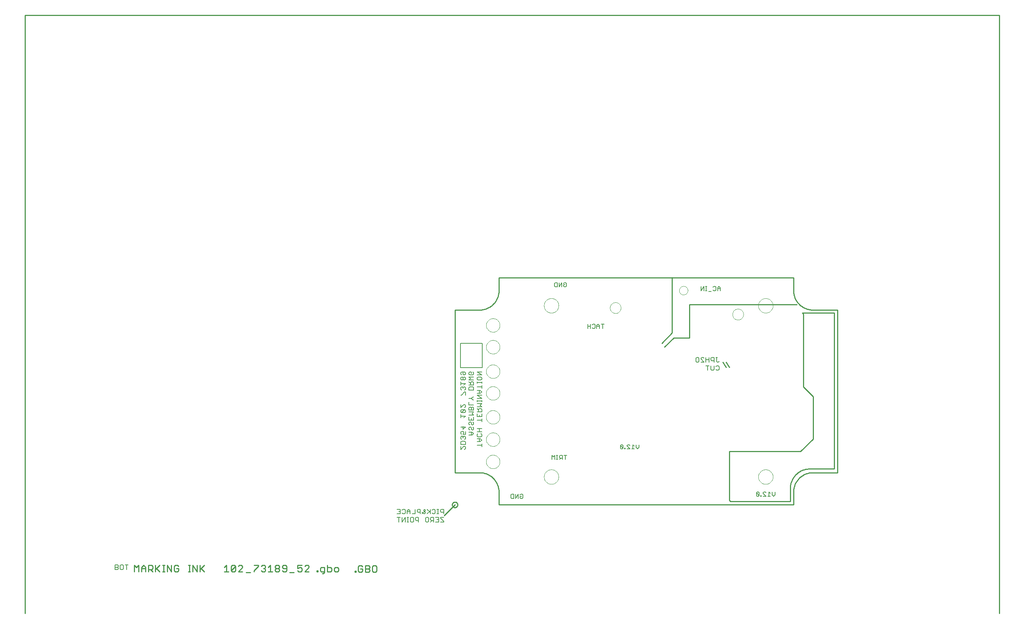
<source format=gbo>
G75*
%MOIN*%
%OFA0B0*%
%FSLAX24Y24*%
%IPPOS*%
%LPD*%
%AMOC8*
5,1,8,0,0,1.08239X$1,22.5*
%
%ADD10C,0.0100*%
%ADD11C,0.0080*%
%ADD12C,0.0070*%
%ADD13C,0.0000*%
%ADD14C,0.0110*%
D10*
X000500Y010000D02*
X000500Y065000D01*
X090000Y065000D01*
X090000Y010000D01*
X072874Y022953D02*
X072792Y022951D01*
X072711Y022945D01*
X072629Y022936D01*
X072548Y022923D01*
X072468Y022906D01*
X072389Y022885D01*
X072311Y022861D01*
X072234Y022833D01*
X072158Y022802D01*
X072084Y022767D01*
X072012Y022729D01*
X071941Y022688D01*
X071873Y022643D01*
X071806Y022595D01*
X071742Y022544D01*
X071680Y022491D01*
X071621Y022434D01*
X071564Y022375D01*
X071511Y022313D01*
X071460Y022249D01*
X071412Y022182D01*
X071367Y022114D01*
X071326Y022043D01*
X071288Y021971D01*
X071253Y021897D01*
X071222Y021821D01*
X071194Y021744D01*
X071170Y021666D01*
X071149Y021587D01*
X071132Y021507D01*
X071119Y021426D01*
X071110Y021344D01*
X071104Y021263D01*
X071102Y021181D01*
X071102Y020000D01*
X044035Y020000D01*
X044035Y021181D01*
X044035Y020000D01*
X071102Y020000D01*
X071102Y021181D01*
X070800Y021450D02*
X070800Y020300D01*
X065300Y020300D01*
X065200Y020400D01*
X065200Y024900D01*
X071750Y024900D01*
X072900Y026050D01*
X072900Y029950D01*
X072000Y030850D01*
X072000Y037550D01*
X071900Y037650D01*
X074850Y037650D01*
X074850Y023300D01*
X072550Y023300D01*
X072874Y022953D02*
X075138Y022953D01*
X075138Y037913D01*
X072874Y037913D01*
X075138Y037913D01*
X075138Y022953D01*
X072874Y022953D01*
X072550Y023300D02*
X072467Y023296D01*
X072384Y023288D01*
X072302Y023276D01*
X072220Y023260D01*
X072139Y023241D01*
X072059Y023218D01*
X071980Y023191D01*
X071903Y023161D01*
X071827Y023127D01*
X071753Y023089D01*
X071680Y023048D01*
X071610Y023004D01*
X071541Y022957D01*
X071475Y022907D01*
X071411Y022853D01*
X071350Y022797D01*
X071292Y022738D01*
X071236Y022676D01*
X071183Y022612D01*
X071133Y022545D01*
X071086Y022476D01*
X071043Y022405D01*
X071003Y022332D01*
X070966Y022258D01*
X070933Y022181D01*
X070903Y022104D01*
X070877Y022025D01*
X070855Y021945D01*
X070836Y021864D01*
X070821Y021782D01*
X070810Y021699D01*
X070803Y021616D01*
X070799Y021533D01*
X070800Y021450D01*
X071102Y021181D02*
X071104Y021263D01*
X071110Y021344D01*
X071119Y021426D01*
X071132Y021507D01*
X071149Y021587D01*
X071170Y021666D01*
X071194Y021744D01*
X071222Y021821D01*
X071253Y021897D01*
X071288Y021971D01*
X071326Y022043D01*
X071367Y022114D01*
X071412Y022182D01*
X071460Y022249D01*
X071511Y022313D01*
X071564Y022375D01*
X071621Y022434D01*
X071680Y022491D01*
X071742Y022544D01*
X071806Y022595D01*
X071873Y022643D01*
X071941Y022688D01*
X072012Y022729D01*
X072084Y022767D01*
X072158Y022802D01*
X072234Y022833D01*
X072311Y022861D01*
X072389Y022885D01*
X072468Y022906D01*
X072548Y022923D01*
X072629Y022936D01*
X072711Y022945D01*
X072792Y022951D01*
X072874Y022953D01*
X065200Y032650D02*
X064900Y033100D01*
X064600Y033100D02*
X064900Y032650D01*
X061550Y035350D02*
X061550Y038400D01*
X071400Y038400D01*
X071102Y039685D02*
X071102Y040866D01*
X044035Y040866D01*
X044035Y039685D01*
X044035Y040866D01*
X071102Y040866D01*
X071102Y039685D01*
X071104Y039603D01*
X071110Y039522D01*
X071119Y039440D01*
X071132Y039359D01*
X071149Y039279D01*
X071170Y039200D01*
X071194Y039122D01*
X071222Y039045D01*
X071253Y038969D01*
X071288Y038895D01*
X071326Y038823D01*
X071367Y038752D01*
X071412Y038684D01*
X071460Y038617D01*
X071511Y038553D01*
X071564Y038491D01*
X071621Y038432D01*
X071680Y038375D01*
X071742Y038322D01*
X071806Y038271D01*
X071873Y038223D01*
X071941Y038178D01*
X072012Y038137D01*
X072084Y038099D01*
X072158Y038064D01*
X072234Y038033D01*
X072311Y038005D01*
X072389Y037981D01*
X072468Y037960D01*
X072548Y037943D01*
X072629Y037930D01*
X072711Y037921D01*
X072792Y037915D01*
X072874Y037913D01*
X072792Y037915D01*
X072711Y037921D01*
X072629Y037930D01*
X072548Y037943D01*
X072468Y037960D01*
X072389Y037981D01*
X072311Y038005D01*
X072234Y038033D01*
X072158Y038064D01*
X072084Y038099D01*
X072012Y038137D01*
X071941Y038178D01*
X071873Y038223D01*
X071806Y038271D01*
X071742Y038322D01*
X071680Y038375D01*
X071621Y038432D01*
X071564Y038491D01*
X071511Y038553D01*
X071460Y038617D01*
X071412Y038684D01*
X071367Y038752D01*
X071326Y038823D01*
X071288Y038895D01*
X071253Y038969D01*
X071222Y039045D01*
X071194Y039122D01*
X071170Y039200D01*
X071149Y039279D01*
X071132Y039359D01*
X071119Y039440D01*
X071110Y039522D01*
X071104Y039603D01*
X071102Y039685D01*
X061550Y035350D02*
X060100Y035350D01*
X059250Y034500D01*
X059000Y034850D02*
X059950Y035800D01*
X059950Y040900D01*
X044036Y039685D02*
X044034Y039603D01*
X044028Y039522D01*
X044019Y039440D01*
X044006Y039359D01*
X043989Y039279D01*
X043968Y039200D01*
X043944Y039122D01*
X043916Y039045D01*
X043885Y038969D01*
X043850Y038895D01*
X043812Y038823D01*
X043771Y038752D01*
X043726Y038684D01*
X043678Y038617D01*
X043627Y038553D01*
X043574Y038491D01*
X043517Y038432D01*
X043458Y038375D01*
X043396Y038322D01*
X043332Y038271D01*
X043265Y038223D01*
X043197Y038178D01*
X043126Y038137D01*
X043054Y038099D01*
X042980Y038064D01*
X042904Y038033D01*
X042827Y038005D01*
X042749Y037981D01*
X042670Y037960D01*
X042590Y037943D01*
X042509Y037930D01*
X042427Y037921D01*
X042346Y037915D01*
X042264Y037913D01*
X040000Y037913D01*
X040000Y022953D01*
X042264Y022953D01*
X040000Y022953D01*
X040000Y037913D01*
X042264Y037913D01*
X042346Y037915D01*
X042427Y037921D01*
X042509Y037930D01*
X042590Y037943D01*
X042670Y037960D01*
X042749Y037981D01*
X042827Y038005D01*
X042904Y038033D01*
X042980Y038064D01*
X043054Y038099D01*
X043126Y038137D01*
X043197Y038178D01*
X043265Y038223D01*
X043332Y038271D01*
X043396Y038322D01*
X043458Y038375D01*
X043517Y038432D01*
X043574Y038491D01*
X043627Y038553D01*
X043678Y038617D01*
X043726Y038684D01*
X043771Y038752D01*
X043812Y038823D01*
X043850Y038895D01*
X043885Y038969D01*
X043916Y039045D01*
X043944Y039122D01*
X043968Y039200D01*
X043989Y039279D01*
X044006Y039359D01*
X044019Y039440D01*
X044028Y039522D01*
X044034Y039603D01*
X044036Y039685D01*
X042264Y022953D02*
X042346Y022951D01*
X042427Y022945D01*
X042509Y022936D01*
X042590Y022923D01*
X042670Y022906D01*
X042749Y022885D01*
X042827Y022861D01*
X042904Y022833D01*
X042980Y022802D01*
X043054Y022767D01*
X043126Y022729D01*
X043197Y022688D01*
X043265Y022643D01*
X043332Y022595D01*
X043396Y022544D01*
X043458Y022491D01*
X043517Y022434D01*
X043574Y022375D01*
X043627Y022313D01*
X043678Y022249D01*
X043726Y022182D01*
X043771Y022114D01*
X043812Y022043D01*
X043850Y021971D01*
X043885Y021897D01*
X043916Y021821D01*
X043944Y021744D01*
X043968Y021666D01*
X043989Y021587D01*
X044006Y021507D01*
X044019Y021426D01*
X044028Y021344D01*
X044034Y021263D01*
X044036Y021181D01*
X044034Y021263D01*
X044028Y021344D01*
X044019Y021426D01*
X044006Y021507D01*
X043989Y021587D01*
X043968Y021666D01*
X043944Y021744D01*
X043916Y021821D01*
X043885Y021897D01*
X043850Y021971D01*
X043812Y022043D01*
X043771Y022114D01*
X043726Y022182D01*
X043678Y022249D01*
X043627Y022313D01*
X043574Y022375D01*
X043517Y022434D01*
X043458Y022491D01*
X043396Y022544D01*
X043332Y022595D01*
X043265Y022643D01*
X043197Y022688D01*
X043126Y022729D01*
X043054Y022767D01*
X042980Y022802D01*
X042904Y022833D01*
X042827Y022861D01*
X042749Y022885D01*
X042670Y022906D01*
X042590Y022923D01*
X042509Y022936D01*
X042427Y022945D01*
X042346Y022951D01*
X042264Y022953D01*
X039750Y020000D02*
X039752Y020031D01*
X039758Y020062D01*
X039768Y020092D01*
X039781Y020120D01*
X039798Y020147D01*
X039818Y020171D01*
X039841Y020193D01*
X039866Y020211D01*
X039894Y020226D01*
X039923Y020238D01*
X039953Y020246D01*
X039984Y020250D01*
X040016Y020250D01*
X040047Y020246D01*
X040077Y020238D01*
X040106Y020226D01*
X040134Y020211D01*
X040159Y020193D01*
X040182Y020171D01*
X040202Y020147D01*
X040219Y020120D01*
X040232Y020092D01*
X040242Y020062D01*
X040248Y020031D01*
X040250Y020000D01*
X040248Y019969D01*
X040242Y019938D01*
X040232Y019908D01*
X040219Y019880D01*
X040202Y019853D01*
X040182Y019829D01*
X040159Y019807D01*
X040134Y019789D01*
X040106Y019774D01*
X040077Y019762D01*
X040047Y019754D01*
X040016Y019750D01*
X039984Y019750D01*
X039953Y019754D01*
X039923Y019762D01*
X039894Y019774D01*
X039866Y019789D01*
X039841Y019807D01*
X039818Y019829D01*
X039798Y019853D01*
X039781Y019880D01*
X039768Y019908D01*
X039758Y019938D01*
X039752Y019969D01*
X039750Y020000D01*
X040000Y020000D02*
X039000Y019000D01*
D11*
X038960Y018835D02*
X038680Y018835D01*
X038680Y018765D01*
X038960Y018485D01*
X038960Y018415D01*
X038680Y018415D01*
X038500Y018415D02*
X038219Y018415D01*
X038039Y018415D02*
X038039Y018835D01*
X037829Y018835D01*
X037759Y018765D01*
X037759Y018625D01*
X037829Y018555D01*
X038039Y018555D01*
X037899Y018555D02*
X037759Y018415D01*
X037579Y018485D02*
X037509Y018415D01*
X037369Y018415D01*
X037299Y018485D01*
X037299Y018765D01*
X037369Y018835D01*
X037509Y018835D01*
X037579Y018765D01*
X037579Y018485D01*
X037452Y019165D02*
X037662Y019375D01*
X037732Y019305D02*
X037452Y019585D01*
X037272Y019515D02*
X037202Y019585D01*
X037132Y019515D01*
X037132Y019445D01*
X037272Y019305D01*
X037272Y019235D01*
X037202Y019165D01*
X037132Y019165D01*
X036992Y019305D01*
X036992Y019165D02*
X037272Y019445D01*
X037272Y019515D01*
X037732Y019585D02*
X037732Y019165D01*
X037912Y019235D02*
X037983Y019165D01*
X038123Y019165D01*
X038193Y019235D01*
X038193Y019515D01*
X038123Y019585D01*
X037983Y019585D01*
X037912Y019515D01*
X038359Y019585D02*
X038500Y019585D01*
X038430Y019585D02*
X038430Y019165D01*
X038500Y019165D02*
X038359Y019165D01*
X038219Y018835D02*
X038500Y018835D01*
X038500Y018415D01*
X038500Y018625D02*
X038359Y018625D01*
X038750Y019305D02*
X038960Y019305D01*
X038960Y019165D02*
X038960Y019585D01*
X038750Y019585D01*
X038680Y019515D01*
X038680Y019375D01*
X038750Y019305D01*
X036812Y019305D02*
X036601Y019305D01*
X036531Y019375D01*
X036531Y019515D01*
X036601Y019585D01*
X036812Y019585D01*
X036812Y019165D01*
X036658Y018835D02*
X036448Y018835D01*
X036378Y018765D01*
X036378Y018625D01*
X036448Y018555D01*
X036658Y018555D01*
X036658Y018415D02*
X036658Y018835D01*
X036351Y019165D02*
X036071Y019165D01*
X035891Y019165D02*
X035891Y019445D01*
X035751Y019585D01*
X035610Y019445D01*
X035610Y019165D01*
X035430Y019235D02*
X035360Y019165D01*
X035220Y019165D01*
X035150Y019235D01*
X034970Y019165D02*
X034690Y019165D01*
X034830Y019375D02*
X034970Y019375D01*
X034970Y019585D02*
X034970Y019165D01*
X034970Y018835D02*
X034690Y018835D01*
X034830Y018835D02*
X034830Y018415D01*
X035150Y018415D02*
X035150Y018835D01*
X035430Y018835D02*
X035150Y018415D01*
X035430Y018415D02*
X035430Y018835D01*
X035597Y018835D02*
X035737Y018835D01*
X035667Y018835D02*
X035667Y018415D01*
X035737Y018415D02*
X035597Y018415D01*
X035917Y018485D02*
X035917Y018765D01*
X035987Y018835D01*
X036128Y018835D01*
X036198Y018765D01*
X036198Y018485D01*
X036128Y018415D01*
X035987Y018415D01*
X035917Y018485D01*
X036351Y019165D02*
X036351Y019585D01*
X035891Y019375D02*
X035610Y019375D01*
X035430Y019515D02*
X035430Y019235D01*
X035430Y019515D02*
X035360Y019585D01*
X035220Y019585D01*
X035150Y019515D01*
X034970Y019585D02*
X034690Y019585D01*
X040540Y025088D02*
X040820Y025368D01*
X040890Y025368D01*
X040960Y025298D01*
X040960Y025158D01*
X040890Y025088D01*
X040540Y025088D02*
X040540Y025368D01*
X040540Y025548D02*
X040540Y025759D01*
X040610Y025829D01*
X040890Y025829D01*
X040960Y025759D01*
X040960Y025548D01*
X040540Y025548D01*
X040610Y026009D02*
X040540Y026079D01*
X040540Y026219D01*
X040610Y026289D01*
X040680Y026289D01*
X040750Y026219D01*
X040750Y026149D01*
X040750Y026219D02*
X040820Y026289D01*
X040890Y026289D01*
X040960Y026219D01*
X040960Y026079D01*
X040890Y026009D01*
X040960Y026469D02*
X040750Y026469D01*
X040820Y026609D01*
X040820Y026679D01*
X040750Y026749D01*
X040610Y026749D01*
X040540Y026679D01*
X040540Y026539D01*
X040610Y026469D01*
X040960Y026469D02*
X040960Y026749D01*
X040750Y026930D02*
X040750Y027210D01*
X040540Y027140D02*
X040960Y027140D01*
X040750Y026930D01*
X041290Y026935D02*
X041360Y026865D01*
X041290Y026935D02*
X041290Y027075D01*
X041360Y027146D01*
X041430Y027146D01*
X041500Y027075D01*
X041500Y026935D01*
X041570Y026865D01*
X041640Y026865D01*
X041710Y026935D01*
X041710Y027075D01*
X041640Y027146D01*
X041640Y027326D02*
X041570Y027326D01*
X041500Y027396D01*
X041500Y027536D01*
X041430Y027606D01*
X041360Y027606D01*
X041290Y027536D01*
X041290Y027396D01*
X041360Y027326D01*
X041640Y027326D02*
X041710Y027396D01*
X041710Y027536D01*
X041640Y027606D01*
X041710Y027786D02*
X041290Y027786D01*
X041290Y028066D01*
X041290Y028246D02*
X041710Y028246D01*
X041570Y028387D01*
X041710Y028527D01*
X041290Y028527D01*
X041290Y028707D02*
X041290Y028917D01*
X041360Y028987D01*
X041430Y028987D01*
X041500Y028917D01*
X041500Y028707D01*
X041290Y028707D02*
X041710Y028707D01*
X041710Y028917D01*
X041640Y028987D01*
X041570Y028987D01*
X041500Y028917D01*
X041290Y029167D02*
X041290Y029447D01*
X041290Y029167D02*
X041710Y029167D01*
X042040Y029294D02*
X042460Y029294D01*
X042320Y029154D01*
X042460Y029014D01*
X042040Y029014D01*
X042040Y028834D02*
X042180Y028694D01*
X042180Y028764D02*
X042180Y028553D01*
X042040Y028553D02*
X042460Y028553D01*
X042460Y028764D01*
X042390Y028834D01*
X042250Y028834D01*
X042180Y028764D01*
X042040Y028373D02*
X042040Y028093D01*
X042460Y028093D01*
X042460Y028373D01*
X042250Y028233D02*
X042250Y028093D01*
X042460Y027913D02*
X042460Y027633D01*
X042460Y027773D02*
X042040Y027773D01*
X041710Y027786D02*
X041710Y028066D01*
X041500Y027926D02*
X041500Y027786D01*
X040960Y028149D02*
X040820Y028009D01*
X040960Y028149D02*
X040540Y028149D01*
X040540Y028009D02*
X040540Y028289D01*
X040610Y028469D02*
X040890Y028749D01*
X040610Y028749D01*
X040540Y028679D01*
X040540Y028539D01*
X040610Y028469D01*
X040890Y028469D01*
X040960Y028539D01*
X040960Y028679D01*
X040890Y028749D01*
X040890Y028930D02*
X040960Y029000D01*
X040960Y029140D01*
X040890Y029210D01*
X040820Y029210D01*
X040540Y028930D01*
X040540Y029210D01*
X041290Y029768D02*
X041500Y029768D01*
X041640Y029908D01*
X041710Y029908D01*
X041500Y029768D02*
X041640Y029628D01*
X041710Y029628D01*
X042040Y029614D02*
X042040Y029474D01*
X042040Y029544D02*
X042460Y029544D01*
X042460Y029474D02*
X042460Y029614D01*
X042460Y029781D02*
X042040Y030061D01*
X042460Y030061D01*
X042320Y030241D02*
X042460Y030382D01*
X042320Y030522D01*
X042040Y030522D01*
X042250Y030522D02*
X042250Y030241D01*
X042320Y030241D02*
X042040Y030241D01*
X041710Y030548D02*
X041710Y030759D01*
X041640Y030829D01*
X041360Y030829D01*
X041290Y030759D01*
X041290Y030548D01*
X041710Y030548D01*
X042040Y030842D02*
X042460Y030842D01*
X042460Y030702D02*
X042460Y030982D01*
X042460Y031162D02*
X042460Y031302D01*
X042460Y031232D02*
X042040Y031232D01*
X042040Y031162D02*
X042040Y031302D01*
X042110Y031469D02*
X042040Y031539D01*
X042040Y031679D01*
X042110Y031749D01*
X042390Y031749D01*
X042460Y031679D01*
X042460Y031539D01*
X042390Y031469D01*
X042110Y031469D01*
X041710Y031469D02*
X041290Y031469D01*
X041430Y031609D01*
X041290Y031749D01*
X041710Y031749D01*
X041640Y031930D02*
X041360Y031930D01*
X041290Y032000D01*
X041290Y032140D01*
X041360Y032210D01*
X041500Y032210D01*
X041500Y032070D01*
X041640Y032210D02*
X041710Y032140D01*
X041710Y032000D01*
X041640Y031930D01*
X042040Y031930D02*
X042460Y031930D01*
X042040Y032210D01*
X042460Y032210D01*
X042500Y032600D02*
X042500Y034850D01*
X040500Y034850D01*
X040500Y032600D01*
X042500Y032600D01*
X040960Y032140D02*
X040960Y032000D01*
X040890Y031930D01*
X040820Y031930D01*
X040750Y032000D01*
X040750Y032210D01*
X040610Y032210D02*
X040890Y032210D01*
X040960Y032140D01*
X040610Y032210D02*
X040540Y032140D01*
X040540Y032000D01*
X040610Y031930D01*
X040610Y031749D02*
X040540Y031679D01*
X040540Y031539D01*
X040610Y031469D01*
X040680Y031469D01*
X040750Y031539D01*
X040750Y031679D01*
X040680Y031749D01*
X040610Y031749D01*
X040750Y031679D02*
X040820Y031749D01*
X040890Y031749D01*
X040960Y031679D01*
X040960Y031539D01*
X040890Y031469D01*
X040820Y031469D01*
X040750Y031539D01*
X040540Y031289D02*
X040540Y031009D01*
X040540Y031149D02*
X040960Y031149D01*
X040820Y031009D01*
X040820Y030829D02*
X040750Y030759D01*
X040680Y030829D01*
X040610Y030829D01*
X040540Y030759D01*
X040540Y030618D01*
X040610Y030548D01*
X040750Y030689D02*
X040750Y030759D01*
X040820Y030829D02*
X040890Y030829D01*
X040960Y030759D01*
X040960Y030618D01*
X040890Y030548D01*
X040890Y030368D02*
X040610Y030088D01*
X040540Y030088D01*
X040960Y030088D02*
X040960Y030368D01*
X040890Y030368D01*
X041290Y031009D02*
X041710Y031009D01*
X041710Y031219D01*
X041640Y031289D01*
X041500Y031289D01*
X041430Y031219D01*
X041430Y031009D01*
X041430Y031149D02*
X041290Y031289D01*
X042040Y029781D02*
X042460Y029781D01*
X042460Y026992D02*
X042040Y026992D01*
X042250Y026992D02*
X042250Y026712D01*
X042040Y026712D02*
X042460Y026712D01*
X042390Y026532D02*
X042460Y026462D01*
X042460Y026321D01*
X042390Y026251D01*
X042110Y026251D01*
X042040Y026321D01*
X042040Y026462D01*
X042110Y026532D01*
X041710Y026545D02*
X041570Y026685D01*
X041290Y026685D01*
X041500Y026685D02*
X041500Y026405D01*
X041570Y026405D02*
X041710Y026545D01*
X041570Y026405D02*
X041290Y026405D01*
X042040Y026071D02*
X042320Y026071D01*
X042460Y025931D01*
X042320Y025791D01*
X042040Y025791D01*
X042250Y025791D02*
X042250Y026071D01*
X042460Y025611D02*
X042460Y025331D01*
X042460Y025471D02*
X042040Y025471D01*
X062138Y033185D02*
X062138Y033465D01*
X062208Y033535D01*
X062348Y033535D01*
X062418Y033465D01*
X062418Y033185D01*
X062348Y033115D01*
X062208Y033115D01*
X062138Y033185D01*
X062599Y033115D02*
X062879Y033115D01*
X062599Y033395D01*
X062599Y033465D01*
X062669Y033535D01*
X062809Y033535D01*
X062879Y033465D01*
X063059Y033535D02*
X063059Y033115D01*
X063059Y033325D02*
X063339Y033325D01*
X063519Y033325D02*
X063589Y033255D01*
X063800Y033255D01*
X063800Y033115D02*
X063800Y033535D01*
X063589Y033535D01*
X063519Y033465D01*
X063519Y033325D01*
X063339Y033115D02*
X063339Y033535D01*
X063980Y033535D02*
X064120Y033535D01*
X064050Y033535D02*
X064050Y033185D01*
X064120Y033115D01*
X064190Y033115D01*
X064260Y033185D01*
X064190Y032785D02*
X064260Y032715D01*
X064260Y032435D01*
X064190Y032365D01*
X064050Y032365D01*
X063980Y032435D01*
X063800Y032435D02*
X063730Y032365D01*
X063589Y032365D01*
X063519Y032435D01*
X063519Y032785D01*
X063339Y032785D02*
X063059Y032785D01*
X063199Y032785D02*
X063199Y032365D01*
X063800Y032435D02*
X063800Y032785D01*
X063980Y032715D02*
X064050Y032785D01*
X064190Y032785D01*
X009991Y014460D02*
X009711Y014460D01*
X009851Y014460D02*
X009851Y014040D01*
X009531Y014110D02*
X009531Y014390D01*
X009461Y014460D01*
X009320Y014460D01*
X009250Y014390D01*
X009250Y014110D01*
X009320Y014040D01*
X009461Y014040D01*
X009531Y014110D01*
X009070Y014110D02*
X009000Y014040D01*
X008790Y014040D01*
X008790Y014460D01*
X009000Y014460D01*
X009070Y014390D01*
X009070Y014320D01*
X009000Y014250D01*
X008790Y014250D01*
X009000Y014250D02*
X009070Y014180D01*
X009070Y014110D01*
D12*
X045154Y020648D02*
X045154Y020902D01*
X045218Y020965D01*
X045408Y020965D01*
X045408Y020585D01*
X045218Y020585D01*
X045154Y020648D01*
X045569Y020585D02*
X045569Y020965D01*
X045822Y020965D02*
X045569Y020585D01*
X045822Y020585D02*
X045822Y020965D01*
X045983Y020902D02*
X046046Y020965D01*
X046173Y020965D01*
X046237Y020902D01*
X046237Y020648D01*
X046173Y020585D01*
X046046Y020585D01*
X045983Y020648D01*
X045983Y020775D01*
X046110Y020775D01*
X048916Y024160D02*
X048916Y024540D01*
X049043Y024414D01*
X049170Y024540D01*
X049170Y024160D01*
X049319Y024160D02*
X049446Y024160D01*
X049383Y024160D02*
X049383Y024540D01*
X049446Y024540D02*
X049319Y024540D01*
X049607Y024477D02*
X049607Y024350D01*
X049670Y024287D01*
X049860Y024287D01*
X049734Y024287D02*
X049607Y024160D01*
X049860Y024160D02*
X049860Y024540D01*
X049670Y024540D01*
X049607Y024477D01*
X050021Y024540D02*
X050275Y024540D01*
X050148Y024540D02*
X050148Y024160D01*
X055194Y025198D02*
X055257Y025135D01*
X055384Y025135D01*
X055447Y025198D01*
X055194Y025452D01*
X055194Y025198D01*
X055447Y025198D02*
X055447Y025452D01*
X055384Y025515D01*
X055257Y025515D01*
X055194Y025452D01*
X055591Y025198D02*
X055591Y025135D01*
X055654Y025135D01*
X055654Y025198D01*
X055591Y025198D01*
X055815Y025135D02*
X056069Y025135D01*
X055815Y025389D01*
X055815Y025452D01*
X055878Y025515D01*
X056005Y025515D01*
X056069Y025452D01*
X056356Y025515D02*
X056356Y025135D01*
X056483Y025135D02*
X056229Y025135D01*
X056483Y025389D02*
X056356Y025515D01*
X056644Y025515D02*
X056644Y025262D01*
X056771Y025135D01*
X056897Y025262D01*
X056897Y025515D01*
X067694Y021102D02*
X067947Y020848D01*
X067884Y020785D01*
X067757Y020785D01*
X067694Y020848D01*
X067694Y021102D01*
X067757Y021165D01*
X067884Y021165D01*
X067947Y021102D01*
X067947Y020848D01*
X068091Y020848D02*
X068091Y020785D01*
X068154Y020785D01*
X068154Y020848D01*
X068091Y020848D01*
X068315Y020785D02*
X068569Y020785D01*
X068315Y021039D01*
X068315Y021102D01*
X068378Y021165D01*
X068505Y021165D01*
X068569Y021102D01*
X068856Y021165D02*
X068856Y020785D01*
X068983Y020785D02*
X068729Y020785D01*
X068983Y021039D02*
X068856Y021165D01*
X069144Y021165D02*
X069144Y020912D01*
X069271Y020785D01*
X069397Y020912D01*
X069397Y021165D01*
X053567Y036210D02*
X053567Y036590D01*
X053694Y036590D02*
X053440Y036590D01*
X053279Y036464D02*
X053153Y036590D01*
X053026Y036464D01*
X053026Y036210D01*
X052865Y036273D02*
X052802Y036210D01*
X052675Y036210D01*
X052611Y036273D01*
X052451Y036210D02*
X052451Y036590D01*
X052611Y036527D02*
X052675Y036590D01*
X052802Y036590D01*
X052865Y036527D01*
X052865Y036273D01*
X053026Y036400D02*
X053279Y036400D01*
X053279Y036464D02*
X053279Y036210D01*
X052451Y036400D02*
X052197Y036400D01*
X052197Y036590D02*
X052197Y036210D01*
X050173Y040035D02*
X050046Y040035D01*
X049983Y040098D01*
X049983Y040225D01*
X050110Y040225D01*
X050237Y040098D02*
X050173Y040035D01*
X050237Y040098D02*
X050237Y040352D01*
X050173Y040415D01*
X050046Y040415D01*
X049983Y040352D01*
X049822Y040415D02*
X049822Y040035D01*
X049569Y040035D02*
X049569Y040415D01*
X049408Y040415D02*
X049218Y040415D01*
X049154Y040352D01*
X049154Y040098D01*
X049218Y040035D01*
X049408Y040035D01*
X049408Y040415D01*
X049569Y040035D02*
X049822Y040415D01*
X062609Y040065D02*
X062609Y039685D01*
X062863Y040065D01*
X062863Y039685D01*
X063012Y039685D02*
X063139Y039685D01*
X063075Y039685D02*
X063075Y040065D01*
X063012Y040065D02*
X063139Y040065D01*
X063300Y039622D02*
X063553Y039622D01*
X063714Y039748D02*
X063777Y039685D01*
X063904Y039685D01*
X063967Y039748D01*
X063967Y040002D01*
X063904Y040065D01*
X063777Y040065D01*
X063714Y040002D01*
X064128Y039939D02*
X064128Y039685D01*
X064128Y039875D02*
X064382Y039875D01*
X064382Y039939D02*
X064255Y040065D01*
X064128Y039939D01*
X064382Y039939D02*
X064382Y039685D01*
D13*
X065500Y037500D02*
X065502Y037544D01*
X065508Y037588D01*
X065518Y037631D01*
X065531Y037673D01*
X065548Y037714D01*
X065569Y037753D01*
X065593Y037790D01*
X065620Y037825D01*
X065650Y037857D01*
X065683Y037887D01*
X065719Y037913D01*
X065756Y037937D01*
X065796Y037956D01*
X065837Y037973D01*
X065880Y037985D01*
X065923Y037994D01*
X065967Y037999D01*
X066011Y038000D01*
X066055Y037997D01*
X066099Y037990D01*
X066142Y037979D01*
X066184Y037965D01*
X066224Y037947D01*
X066263Y037925D01*
X066299Y037901D01*
X066333Y037873D01*
X066365Y037842D01*
X066394Y037808D01*
X066420Y037772D01*
X066442Y037734D01*
X066461Y037694D01*
X066476Y037652D01*
X066488Y037610D01*
X066496Y037566D01*
X066500Y037522D01*
X066500Y037478D01*
X066496Y037434D01*
X066488Y037390D01*
X066476Y037348D01*
X066461Y037306D01*
X066442Y037266D01*
X066420Y037228D01*
X066394Y037192D01*
X066365Y037158D01*
X066333Y037127D01*
X066299Y037099D01*
X066263Y037075D01*
X066224Y037053D01*
X066184Y037035D01*
X066142Y037021D01*
X066099Y037010D01*
X066055Y037003D01*
X066011Y037000D01*
X065967Y037001D01*
X065923Y037006D01*
X065880Y037015D01*
X065837Y037027D01*
X065796Y037044D01*
X065756Y037063D01*
X065719Y037087D01*
X065683Y037113D01*
X065650Y037143D01*
X065620Y037175D01*
X065593Y037210D01*
X065569Y037247D01*
X065548Y037286D01*
X065531Y037327D01*
X065518Y037369D01*
X065508Y037412D01*
X065502Y037456D01*
X065500Y037500D01*
X067874Y038307D02*
X067876Y038358D01*
X067882Y038409D01*
X067892Y038459D01*
X067905Y038509D01*
X067923Y038557D01*
X067943Y038604D01*
X067968Y038649D01*
X067996Y038692D01*
X068027Y038733D01*
X068061Y038771D01*
X068098Y038806D01*
X068137Y038839D01*
X068179Y038869D01*
X068223Y038895D01*
X068269Y038917D01*
X068317Y038937D01*
X068366Y038952D01*
X068416Y038964D01*
X068466Y038972D01*
X068517Y038976D01*
X068569Y038976D01*
X068620Y038972D01*
X068670Y038964D01*
X068720Y038952D01*
X068769Y038937D01*
X068817Y038917D01*
X068863Y038895D01*
X068907Y038869D01*
X068949Y038839D01*
X068988Y038806D01*
X069025Y038771D01*
X069059Y038733D01*
X069090Y038692D01*
X069118Y038649D01*
X069143Y038604D01*
X069163Y038557D01*
X069181Y038509D01*
X069194Y038459D01*
X069204Y038409D01*
X069210Y038358D01*
X069212Y038307D01*
X069210Y038256D01*
X069204Y038205D01*
X069194Y038155D01*
X069181Y038105D01*
X069163Y038057D01*
X069143Y038010D01*
X069118Y037965D01*
X069090Y037922D01*
X069059Y037881D01*
X069025Y037843D01*
X068988Y037808D01*
X068949Y037775D01*
X068907Y037745D01*
X068863Y037719D01*
X068817Y037697D01*
X068769Y037677D01*
X068720Y037662D01*
X068670Y037650D01*
X068620Y037642D01*
X068569Y037638D01*
X068517Y037638D01*
X068466Y037642D01*
X068416Y037650D01*
X068366Y037662D01*
X068317Y037677D01*
X068269Y037697D01*
X068223Y037719D01*
X068179Y037745D01*
X068137Y037775D01*
X068098Y037808D01*
X068061Y037843D01*
X068027Y037881D01*
X067996Y037922D01*
X067968Y037965D01*
X067943Y038010D01*
X067923Y038057D01*
X067905Y038105D01*
X067892Y038155D01*
X067882Y038205D01*
X067876Y038256D01*
X067874Y038307D01*
X060606Y039700D02*
X060608Y039739D01*
X060614Y039778D01*
X060624Y039816D01*
X060637Y039853D01*
X060654Y039888D01*
X060674Y039922D01*
X060698Y039953D01*
X060725Y039982D01*
X060754Y040008D01*
X060786Y040031D01*
X060820Y040051D01*
X060856Y040067D01*
X060893Y040079D01*
X060932Y040088D01*
X060971Y040093D01*
X061010Y040094D01*
X061049Y040091D01*
X061088Y040084D01*
X061125Y040073D01*
X061162Y040059D01*
X061197Y040041D01*
X061230Y040020D01*
X061261Y039995D01*
X061289Y039968D01*
X061314Y039938D01*
X061336Y039905D01*
X061355Y039871D01*
X061370Y039835D01*
X061382Y039797D01*
X061390Y039759D01*
X061394Y039720D01*
X061394Y039680D01*
X061390Y039641D01*
X061382Y039603D01*
X061370Y039565D01*
X061355Y039529D01*
X061336Y039495D01*
X061314Y039462D01*
X061289Y039432D01*
X061261Y039405D01*
X061230Y039380D01*
X061197Y039359D01*
X061162Y039341D01*
X061125Y039327D01*
X061088Y039316D01*
X061049Y039309D01*
X061010Y039306D01*
X060971Y039307D01*
X060932Y039312D01*
X060893Y039321D01*
X060856Y039333D01*
X060820Y039349D01*
X060786Y039369D01*
X060754Y039392D01*
X060725Y039418D01*
X060698Y039447D01*
X060674Y039478D01*
X060654Y039512D01*
X060637Y039547D01*
X060624Y039584D01*
X060614Y039622D01*
X060608Y039661D01*
X060606Y039700D01*
X054250Y038100D02*
X054252Y038144D01*
X054258Y038188D01*
X054268Y038231D01*
X054281Y038273D01*
X054298Y038314D01*
X054319Y038353D01*
X054343Y038390D01*
X054370Y038425D01*
X054400Y038457D01*
X054433Y038487D01*
X054469Y038513D01*
X054506Y038537D01*
X054546Y038556D01*
X054587Y038573D01*
X054630Y038585D01*
X054673Y038594D01*
X054717Y038599D01*
X054761Y038600D01*
X054805Y038597D01*
X054849Y038590D01*
X054892Y038579D01*
X054934Y038565D01*
X054974Y038547D01*
X055013Y038525D01*
X055049Y038501D01*
X055083Y038473D01*
X055115Y038442D01*
X055144Y038408D01*
X055170Y038372D01*
X055192Y038334D01*
X055211Y038294D01*
X055226Y038252D01*
X055238Y038210D01*
X055246Y038166D01*
X055250Y038122D01*
X055250Y038078D01*
X055246Y038034D01*
X055238Y037990D01*
X055226Y037948D01*
X055211Y037906D01*
X055192Y037866D01*
X055170Y037828D01*
X055144Y037792D01*
X055115Y037758D01*
X055083Y037727D01*
X055049Y037699D01*
X055013Y037675D01*
X054974Y037653D01*
X054934Y037635D01*
X054892Y037621D01*
X054849Y037610D01*
X054805Y037603D01*
X054761Y037600D01*
X054717Y037601D01*
X054673Y037606D01*
X054630Y037615D01*
X054587Y037627D01*
X054546Y037644D01*
X054506Y037663D01*
X054469Y037687D01*
X054433Y037713D01*
X054400Y037743D01*
X054370Y037775D01*
X054343Y037810D01*
X054319Y037847D01*
X054298Y037886D01*
X054281Y037927D01*
X054268Y037969D01*
X054258Y038012D01*
X054252Y038056D01*
X054250Y038100D01*
X048189Y038307D02*
X048191Y038358D01*
X048197Y038409D01*
X048207Y038459D01*
X048220Y038509D01*
X048238Y038557D01*
X048258Y038604D01*
X048283Y038649D01*
X048311Y038692D01*
X048342Y038733D01*
X048376Y038771D01*
X048413Y038806D01*
X048452Y038839D01*
X048494Y038869D01*
X048538Y038895D01*
X048584Y038917D01*
X048632Y038937D01*
X048681Y038952D01*
X048731Y038964D01*
X048781Y038972D01*
X048832Y038976D01*
X048884Y038976D01*
X048935Y038972D01*
X048985Y038964D01*
X049035Y038952D01*
X049084Y038937D01*
X049132Y038917D01*
X049178Y038895D01*
X049222Y038869D01*
X049264Y038839D01*
X049303Y038806D01*
X049340Y038771D01*
X049374Y038733D01*
X049405Y038692D01*
X049433Y038649D01*
X049458Y038604D01*
X049478Y038557D01*
X049496Y038509D01*
X049509Y038459D01*
X049519Y038409D01*
X049525Y038358D01*
X049527Y038307D01*
X049525Y038256D01*
X049519Y038205D01*
X049509Y038155D01*
X049496Y038105D01*
X049478Y038057D01*
X049458Y038010D01*
X049433Y037965D01*
X049405Y037922D01*
X049374Y037881D01*
X049340Y037843D01*
X049303Y037808D01*
X049264Y037775D01*
X049222Y037745D01*
X049178Y037719D01*
X049132Y037697D01*
X049084Y037677D01*
X049035Y037662D01*
X048985Y037650D01*
X048935Y037642D01*
X048884Y037638D01*
X048832Y037638D01*
X048781Y037642D01*
X048731Y037650D01*
X048681Y037662D01*
X048632Y037677D01*
X048584Y037697D01*
X048538Y037719D01*
X048494Y037745D01*
X048452Y037775D01*
X048413Y037808D01*
X048376Y037843D01*
X048342Y037881D01*
X048311Y037922D01*
X048283Y037965D01*
X048258Y038010D01*
X048238Y038057D01*
X048220Y038105D01*
X048207Y038155D01*
X048197Y038205D01*
X048191Y038256D01*
X048189Y038307D01*
X042875Y036500D02*
X042877Y036550D01*
X042883Y036599D01*
X042893Y036648D01*
X042906Y036695D01*
X042924Y036742D01*
X042945Y036787D01*
X042969Y036830D01*
X042997Y036871D01*
X043028Y036910D01*
X043062Y036946D01*
X043099Y036980D01*
X043139Y037010D01*
X043180Y037037D01*
X043224Y037061D01*
X043269Y037081D01*
X043316Y037097D01*
X043364Y037110D01*
X043413Y037119D01*
X043463Y037124D01*
X043512Y037125D01*
X043562Y037122D01*
X043611Y037115D01*
X043660Y037104D01*
X043707Y037090D01*
X043753Y037071D01*
X043798Y037049D01*
X043841Y037024D01*
X043881Y036995D01*
X043919Y036963D01*
X043955Y036929D01*
X043988Y036891D01*
X044017Y036851D01*
X044043Y036809D01*
X044066Y036765D01*
X044085Y036719D01*
X044101Y036672D01*
X044113Y036623D01*
X044121Y036574D01*
X044125Y036525D01*
X044125Y036475D01*
X044121Y036426D01*
X044113Y036377D01*
X044101Y036328D01*
X044085Y036281D01*
X044066Y036235D01*
X044043Y036191D01*
X044017Y036149D01*
X043988Y036109D01*
X043955Y036071D01*
X043919Y036037D01*
X043881Y036005D01*
X043841Y035976D01*
X043798Y035951D01*
X043753Y035929D01*
X043707Y035910D01*
X043660Y035896D01*
X043611Y035885D01*
X043562Y035878D01*
X043512Y035875D01*
X043463Y035876D01*
X043413Y035881D01*
X043364Y035890D01*
X043316Y035903D01*
X043269Y035919D01*
X043224Y035939D01*
X043180Y035963D01*
X043139Y035990D01*
X043099Y036020D01*
X043062Y036054D01*
X043028Y036090D01*
X042997Y036129D01*
X042969Y036170D01*
X042945Y036213D01*
X042924Y036258D01*
X042906Y036305D01*
X042893Y036352D01*
X042883Y036401D01*
X042877Y036450D01*
X042875Y036500D01*
X042875Y034500D02*
X042877Y034550D01*
X042883Y034599D01*
X042893Y034648D01*
X042906Y034695D01*
X042924Y034742D01*
X042945Y034787D01*
X042969Y034830D01*
X042997Y034871D01*
X043028Y034910D01*
X043062Y034946D01*
X043099Y034980D01*
X043139Y035010D01*
X043180Y035037D01*
X043224Y035061D01*
X043269Y035081D01*
X043316Y035097D01*
X043364Y035110D01*
X043413Y035119D01*
X043463Y035124D01*
X043512Y035125D01*
X043562Y035122D01*
X043611Y035115D01*
X043660Y035104D01*
X043707Y035090D01*
X043753Y035071D01*
X043798Y035049D01*
X043841Y035024D01*
X043881Y034995D01*
X043919Y034963D01*
X043955Y034929D01*
X043988Y034891D01*
X044017Y034851D01*
X044043Y034809D01*
X044066Y034765D01*
X044085Y034719D01*
X044101Y034672D01*
X044113Y034623D01*
X044121Y034574D01*
X044125Y034525D01*
X044125Y034475D01*
X044121Y034426D01*
X044113Y034377D01*
X044101Y034328D01*
X044085Y034281D01*
X044066Y034235D01*
X044043Y034191D01*
X044017Y034149D01*
X043988Y034109D01*
X043955Y034071D01*
X043919Y034037D01*
X043881Y034005D01*
X043841Y033976D01*
X043798Y033951D01*
X043753Y033929D01*
X043707Y033910D01*
X043660Y033896D01*
X043611Y033885D01*
X043562Y033878D01*
X043512Y033875D01*
X043463Y033876D01*
X043413Y033881D01*
X043364Y033890D01*
X043316Y033903D01*
X043269Y033919D01*
X043224Y033939D01*
X043180Y033963D01*
X043139Y033990D01*
X043099Y034020D01*
X043062Y034054D01*
X043028Y034090D01*
X042997Y034129D01*
X042969Y034170D01*
X042945Y034213D01*
X042924Y034258D01*
X042906Y034305D01*
X042893Y034352D01*
X042883Y034401D01*
X042877Y034450D01*
X042875Y034500D01*
X042875Y032250D02*
X042877Y032300D01*
X042883Y032349D01*
X042893Y032398D01*
X042906Y032445D01*
X042924Y032492D01*
X042945Y032537D01*
X042969Y032580D01*
X042997Y032621D01*
X043028Y032660D01*
X043062Y032696D01*
X043099Y032730D01*
X043139Y032760D01*
X043180Y032787D01*
X043224Y032811D01*
X043269Y032831D01*
X043316Y032847D01*
X043364Y032860D01*
X043413Y032869D01*
X043463Y032874D01*
X043512Y032875D01*
X043562Y032872D01*
X043611Y032865D01*
X043660Y032854D01*
X043707Y032840D01*
X043753Y032821D01*
X043798Y032799D01*
X043841Y032774D01*
X043881Y032745D01*
X043919Y032713D01*
X043955Y032679D01*
X043988Y032641D01*
X044017Y032601D01*
X044043Y032559D01*
X044066Y032515D01*
X044085Y032469D01*
X044101Y032422D01*
X044113Y032373D01*
X044121Y032324D01*
X044125Y032275D01*
X044125Y032225D01*
X044121Y032176D01*
X044113Y032127D01*
X044101Y032078D01*
X044085Y032031D01*
X044066Y031985D01*
X044043Y031941D01*
X044017Y031899D01*
X043988Y031859D01*
X043955Y031821D01*
X043919Y031787D01*
X043881Y031755D01*
X043841Y031726D01*
X043798Y031701D01*
X043753Y031679D01*
X043707Y031660D01*
X043660Y031646D01*
X043611Y031635D01*
X043562Y031628D01*
X043512Y031625D01*
X043463Y031626D01*
X043413Y031631D01*
X043364Y031640D01*
X043316Y031653D01*
X043269Y031669D01*
X043224Y031689D01*
X043180Y031713D01*
X043139Y031740D01*
X043099Y031770D01*
X043062Y031804D01*
X043028Y031840D01*
X042997Y031879D01*
X042969Y031920D01*
X042945Y031963D01*
X042924Y032008D01*
X042906Y032055D01*
X042893Y032102D01*
X042883Y032151D01*
X042877Y032200D01*
X042875Y032250D01*
X042875Y030250D02*
X042877Y030300D01*
X042883Y030349D01*
X042893Y030398D01*
X042906Y030445D01*
X042924Y030492D01*
X042945Y030537D01*
X042969Y030580D01*
X042997Y030621D01*
X043028Y030660D01*
X043062Y030696D01*
X043099Y030730D01*
X043139Y030760D01*
X043180Y030787D01*
X043224Y030811D01*
X043269Y030831D01*
X043316Y030847D01*
X043364Y030860D01*
X043413Y030869D01*
X043463Y030874D01*
X043512Y030875D01*
X043562Y030872D01*
X043611Y030865D01*
X043660Y030854D01*
X043707Y030840D01*
X043753Y030821D01*
X043798Y030799D01*
X043841Y030774D01*
X043881Y030745D01*
X043919Y030713D01*
X043955Y030679D01*
X043988Y030641D01*
X044017Y030601D01*
X044043Y030559D01*
X044066Y030515D01*
X044085Y030469D01*
X044101Y030422D01*
X044113Y030373D01*
X044121Y030324D01*
X044125Y030275D01*
X044125Y030225D01*
X044121Y030176D01*
X044113Y030127D01*
X044101Y030078D01*
X044085Y030031D01*
X044066Y029985D01*
X044043Y029941D01*
X044017Y029899D01*
X043988Y029859D01*
X043955Y029821D01*
X043919Y029787D01*
X043881Y029755D01*
X043841Y029726D01*
X043798Y029701D01*
X043753Y029679D01*
X043707Y029660D01*
X043660Y029646D01*
X043611Y029635D01*
X043562Y029628D01*
X043512Y029625D01*
X043463Y029626D01*
X043413Y029631D01*
X043364Y029640D01*
X043316Y029653D01*
X043269Y029669D01*
X043224Y029689D01*
X043180Y029713D01*
X043139Y029740D01*
X043099Y029770D01*
X043062Y029804D01*
X043028Y029840D01*
X042997Y029879D01*
X042969Y029920D01*
X042945Y029963D01*
X042924Y030008D01*
X042906Y030055D01*
X042893Y030102D01*
X042883Y030151D01*
X042877Y030200D01*
X042875Y030250D01*
X042875Y028050D02*
X042877Y028100D01*
X042883Y028149D01*
X042893Y028198D01*
X042906Y028245D01*
X042924Y028292D01*
X042945Y028337D01*
X042969Y028380D01*
X042997Y028421D01*
X043028Y028460D01*
X043062Y028496D01*
X043099Y028530D01*
X043139Y028560D01*
X043180Y028587D01*
X043224Y028611D01*
X043269Y028631D01*
X043316Y028647D01*
X043364Y028660D01*
X043413Y028669D01*
X043463Y028674D01*
X043512Y028675D01*
X043562Y028672D01*
X043611Y028665D01*
X043660Y028654D01*
X043707Y028640D01*
X043753Y028621D01*
X043798Y028599D01*
X043841Y028574D01*
X043881Y028545D01*
X043919Y028513D01*
X043955Y028479D01*
X043988Y028441D01*
X044017Y028401D01*
X044043Y028359D01*
X044066Y028315D01*
X044085Y028269D01*
X044101Y028222D01*
X044113Y028173D01*
X044121Y028124D01*
X044125Y028075D01*
X044125Y028025D01*
X044121Y027976D01*
X044113Y027927D01*
X044101Y027878D01*
X044085Y027831D01*
X044066Y027785D01*
X044043Y027741D01*
X044017Y027699D01*
X043988Y027659D01*
X043955Y027621D01*
X043919Y027587D01*
X043881Y027555D01*
X043841Y027526D01*
X043798Y027501D01*
X043753Y027479D01*
X043707Y027460D01*
X043660Y027446D01*
X043611Y027435D01*
X043562Y027428D01*
X043512Y027425D01*
X043463Y027426D01*
X043413Y027431D01*
X043364Y027440D01*
X043316Y027453D01*
X043269Y027469D01*
X043224Y027489D01*
X043180Y027513D01*
X043139Y027540D01*
X043099Y027570D01*
X043062Y027604D01*
X043028Y027640D01*
X042997Y027679D01*
X042969Y027720D01*
X042945Y027763D01*
X042924Y027808D01*
X042906Y027855D01*
X042893Y027902D01*
X042883Y027951D01*
X042877Y028000D01*
X042875Y028050D01*
X042875Y026000D02*
X042877Y026050D01*
X042883Y026099D01*
X042893Y026148D01*
X042906Y026195D01*
X042924Y026242D01*
X042945Y026287D01*
X042969Y026330D01*
X042997Y026371D01*
X043028Y026410D01*
X043062Y026446D01*
X043099Y026480D01*
X043139Y026510D01*
X043180Y026537D01*
X043224Y026561D01*
X043269Y026581D01*
X043316Y026597D01*
X043364Y026610D01*
X043413Y026619D01*
X043463Y026624D01*
X043512Y026625D01*
X043562Y026622D01*
X043611Y026615D01*
X043660Y026604D01*
X043707Y026590D01*
X043753Y026571D01*
X043798Y026549D01*
X043841Y026524D01*
X043881Y026495D01*
X043919Y026463D01*
X043955Y026429D01*
X043988Y026391D01*
X044017Y026351D01*
X044043Y026309D01*
X044066Y026265D01*
X044085Y026219D01*
X044101Y026172D01*
X044113Y026123D01*
X044121Y026074D01*
X044125Y026025D01*
X044125Y025975D01*
X044121Y025926D01*
X044113Y025877D01*
X044101Y025828D01*
X044085Y025781D01*
X044066Y025735D01*
X044043Y025691D01*
X044017Y025649D01*
X043988Y025609D01*
X043955Y025571D01*
X043919Y025537D01*
X043881Y025505D01*
X043841Y025476D01*
X043798Y025451D01*
X043753Y025429D01*
X043707Y025410D01*
X043660Y025396D01*
X043611Y025385D01*
X043562Y025378D01*
X043512Y025375D01*
X043463Y025376D01*
X043413Y025381D01*
X043364Y025390D01*
X043316Y025403D01*
X043269Y025419D01*
X043224Y025439D01*
X043180Y025463D01*
X043139Y025490D01*
X043099Y025520D01*
X043062Y025554D01*
X043028Y025590D01*
X042997Y025629D01*
X042969Y025670D01*
X042945Y025713D01*
X042924Y025758D01*
X042906Y025805D01*
X042893Y025852D01*
X042883Y025901D01*
X042877Y025950D01*
X042875Y026000D01*
X042875Y023950D02*
X042877Y024000D01*
X042883Y024049D01*
X042893Y024098D01*
X042906Y024145D01*
X042924Y024192D01*
X042945Y024237D01*
X042969Y024280D01*
X042997Y024321D01*
X043028Y024360D01*
X043062Y024396D01*
X043099Y024430D01*
X043139Y024460D01*
X043180Y024487D01*
X043224Y024511D01*
X043269Y024531D01*
X043316Y024547D01*
X043364Y024560D01*
X043413Y024569D01*
X043463Y024574D01*
X043512Y024575D01*
X043562Y024572D01*
X043611Y024565D01*
X043660Y024554D01*
X043707Y024540D01*
X043753Y024521D01*
X043798Y024499D01*
X043841Y024474D01*
X043881Y024445D01*
X043919Y024413D01*
X043955Y024379D01*
X043988Y024341D01*
X044017Y024301D01*
X044043Y024259D01*
X044066Y024215D01*
X044085Y024169D01*
X044101Y024122D01*
X044113Y024073D01*
X044121Y024024D01*
X044125Y023975D01*
X044125Y023925D01*
X044121Y023876D01*
X044113Y023827D01*
X044101Y023778D01*
X044085Y023731D01*
X044066Y023685D01*
X044043Y023641D01*
X044017Y023599D01*
X043988Y023559D01*
X043955Y023521D01*
X043919Y023487D01*
X043881Y023455D01*
X043841Y023426D01*
X043798Y023401D01*
X043753Y023379D01*
X043707Y023360D01*
X043660Y023346D01*
X043611Y023335D01*
X043562Y023328D01*
X043512Y023325D01*
X043463Y023326D01*
X043413Y023331D01*
X043364Y023340D01*
X043316Y023353D01*
X043269Y023369D01*
X043224Y023389D01*
X043180Y023413D01*
X043139Y023440D01*
X043099Y023470D01*
X043062Y023504D01*
X043028Y023540D01*
X042997Y023579D01*
X042969Y023620D01*
X042945Y023663D01*
X042924Y023708D01*
X042906Y023755D01*
X042893Y023802D01*
X042883Y023851D01*
X042877Y023900D01*
X042875Y023950D01*
X048189Y022559D02*
X048191Y022610D01*
X048197Y022661D01*
X048207Y022711D01*
X048220Y022761D01*
X048238Y022809D01*
X048258Y022856D01*
X048283Y022901D01*
X048311Y022944D01*
X048342Y022985D01*
X048376Y023023D01*
X048413Y023058D01*
X048452Y023091D01*
X048494Y023121D01*
X048538Y023147D01*
X048584Y023169D01*
X048632Y023189D01*
X048681Y023204D01*
X048731Y023216D01*
X048781Y023224D01*
X048832Y023228D01*
X048884Y023228D01*
X048935Y023224D01*
X048985Y023216D01*
X049035Y023204D01*
X049084Y023189D01*
X049132Y023169D01*
X049178Y023147D01*
X049222Y023121D01*
X049264Y023091D01*
X049303Y023058D01*
X049340Y023023D01*
X049374Y022985D01*
X049405Y022944D01*
X049433Y022901D01*
X049458Y022856D01*
X049478Y022809D01*
X049496Y022761D01*
X049509Y022711D01*
X049519Y022661D01*
X049525Y022610D01*
X049527Y022559D01*
X049525Y022508D01*
X049519Y022457D01*
X049509Y022407D01*
X049496Y022357D01*
X049478Y022309D01*
X049458Y022262D01*
X049433Y022217D01*
X049405Y022174D01*
X049374Y022133D01*
X049340Y022095D01*
X049303Y022060D01*
X049264Y022027D01*
X049222Y021997D01*
X049178Y021971D01*
X049132Y021949D01*
X049084Y021929D01*
X049035Y021914D01*
X048985Y021902D01*
X048935Y021894D01*
X048884Y021890D01*
X048832Y021890D01*
X048781Y021894D01*
X048731Y021902D01*
X048681Y021914D01*
X048632Y021929D01*
X048584Y021949D01*
X048538Y021971D01*
X048494Y021997D01*
X048452Y022027D01*
X048413Y022060D01*
X048376Y022095D01*
X048342Y022133D01*
X048311Y022174D01*
X048283Y022217D01*
X048258Y022262D01*
X048238Y022309D01*
X048220Y022357D01*
X048207Y022407D01*
X048197Y022457D01*
X048191Y022508D01*
X048189Y022559D01*
X067874Y022559D02*
X067876Y022610D01*
X067882Y022661D01*
X067892Y022711D01*
X067905Y022761D01*
X067923Y022809D01*
X067943Y022856D01*
X067968Y022901D01*
X067996Y022944D01*
X068027Y022985D01*
X068061Y023023D01*
X068098Y023058D01*
X068137Y023091D01*
X068179Y023121D01*
X068223Y023147D01*
X068269Y023169D01*
X068317Y023189D01*
X068366Y023204D01*
X068416Y023216D01*
X068466Y023224D01*
X068517Y023228D01*
X068569Y023228D01*
X068620Y023224D01*
X068670Y023216D01*
X068720Y023204D01*
X068769Y023189D01*
X068817Y023169D01*
X068863Y023147D01*
X068907Y023121D01*
X068949Y023091D01*
X068988Y023058D01*
X069025Y023023D01*
X069059Y022985D01*
X069090Y022944D01*
X069118Y022901D01*
X069143Y022856D01*
X069163Y022809D01*
X069181Y022761D01*
X069194Y022711D01*
X069204Y022661D01*
X069210Y022610D01*
X069212Y022559D01*
X069210Y022508D01*
X069204Y022457D01*
X069194Y022407D01*
X069181Y022357D01*
X069163Y022309D01*
X069143Y022262D01*
X069118Y022217D01*
X069090Y022174D01*
X069059Y022133D01*
X069025Y022095D01*
X068988Y022060D01*
X068949Y022027D01*
X068907Y021997D01*
X068863Y021971D01*
X068817Y021949D01*
X068769Y021929D01*
X068720Y021914D01*
X068670Y021902D01*
X068620Y021894D01*
X068569Y021890D01*
X068517Y021890D01*
X068466Y021894D01*
X068416Y021902D01*
X068366Y021914D01*
X068317Y021929D01*
X068269Y021949D01*
X068223Y021971D01*
X068179Y021997D01*
X068137Y022027D01*
X068098Y022060D01*
X068061Y022095D01*
X068027Y022133D01*
X067996Y022174D01*
X067968Y022217D01*
X067943Y022262D01*
X067923Y022309D01*
X067905Y022357D01*
X067892Y022407D01*
X067882Y022457D01*
X067876Y022508D01*
X067874Y022559D01*
D14*
X032804Y014297D02*
X032706Y014396D01*
X032509Y014396D01*
X032410Y014297D01*
X032410Y013903D01*
X032509Y013805D01*
X032706Y013805D01*
X032804Y013903D01*
X032804Y014297D01*
X032160Y014297D02*
X032061Y014396D01*
X031766Y014396D01*
X031766Y013805D01*
X032061Y013805D01*
X032160Y013903D01*
X032160Y014002D01*
X032061Y014100D01*
X031766Y014100D01*
X031515Y014100D02*
X031318Y014100D01*
X031515Y014100D02*
X031515Y013903D01*
X031417Y013805D01*
X031220Y013805D01*
X031121Y013903D01*
X031121Y014297D01*
X031220Y014396D01*
X031417Y014396D01*
X031515Y014297D01*
X032061Y014100D02*
X032160Y014199D01*
X032160Y014297D01*
X030897Y013903D02*
X030897Y013805D01*
X030799Y013805D01*
X030799Y013903D01*
X030897Y013903D01*
X029310Y013953D02*
X029310Y014150D01*
X029212Y014249D01*
X029015Y014249D01*
X028916Y014150D01*
X028916Y013953D01*
X029015Y013855D01*
X029212Y013855D01*
X029310Y013953D01*
X028665Y013953D02*
X028665Y014150D01*
X028567Y014249D01*
X028272Y014249D01*
X028272Y014446D02*
X028272Y013855D01*
X028567Y013855D01*
X028665Y013953D01*
X028021Y013855D02*
X027726Y013855D01*
X027627Y013953D01*
X027627Y014150D01*
X027726Y014249D01*
X028021Y014249D01*
X028021Y013757D01*
X027923Y013658D01*
X027824Y013658D01*
X027403Y013855D02*
X027305Y013855D01*
X027305Y013953D01*
X027403Y013953D01*
X027403Y013855D01*
X026593Y013855D02*
X026200Y013855D01*
X026593Y014249D01*
X026593Y014347D01*
X026495Y014446D01*
X026298Y014446D01*
X026200Y014347D01*
X025949Y014446D02*
X025555Y014446D01*
X025555Y014150D01*
X025752Y014249D01*
X025850Y014249D01*
X025949Y014150D01*
X025949Y013953D01*
X025850Y013855D01*
X025653Y013855D01*
X025555Y013953D01*
X025199Y013757D02*
X024805Y013757D01*
X024527Y013953D02*
X024527Y014347D01*
X024428Y014446D01*
X024232Y014446D01*
X024133Y014347D01*
X024133Y014249D01*
X024232Y014150D01*
X024527Y014150D01*
X024527Y013953D02*
X024428Y013855D01*
X024232Y013855D01*
X024133Y013953D01*
X023882Y013953D02*
X023784Y013855D01*
X023587Y013855D01*
X023489Y013953D01*
X023489Y014052D01*
X023587Y014150D01*
X023784Y014150D01*
X023882Y014052D01*
X023882Y013953D01*
X023784Y014150D02*
X023882Y014249D01*
X023882Y014347D01*
X023784Y014446D01*
X023587Y014446D01*
X023489Y014347D01*
X023489Y014249D01*
X023587Y014150D01*
X023238Y013855D02*
X022844Y013855D01*
X023041Y013855D02*
X023041Y014446D01*
X022844Y014249D01*
X022593Y014249D02*
X022593Y014347D01*
X022495Y014446D01*
X022298Y014446D01*
X022200Y014347D01*
X021949Y014347D02*
X021555Y013953D01*
X021555Y013855D01*
X021199Y013757D02*
X020805Y013757D01*
X020488Y013855D02*
X020094Y013855D01*
X020488Y014249D01*
X020488Y014347D01*
X020389Y014446D01*
X020193Y014446D01*
X020094Y014347D01*
X019843Y014347D02*
X019450Y013953D01*
X019548Y013855D01*
X019745Y013855D01*
X019843Y013953D01*
X019843Y014347D01*
X019745Y014446D01*
X019548Y014446D01*
X019450Y014347D01*
X019450Y013953D01*
X019199Y013855D02*
X018805Y013855D01*
X019002Y013855D02*
X019002Y014446D01*
X018805Y014249D01*
X016964Y014446D02*
X016571Y014052D01*
X016669Y014150D02*
X016964Y013855D01*
X016571Y013855D02*
X016571Y014446D01*
X016320Y014446D02*
X016320Y013855D01*
X015926Y014446D01*
X015926Y013855D01*
X015693Y013855D02*
X015497Y013855D01*
X015595Y013855D02*
X015595Y014446D01*
X015497Y014446D02*
X015693Y014446D01*
X014601Y014347D02*
X014503Y014446D01*
X014306Y014446D01*
X014207Y014347D01*
X014207Y013953D01*
X014306Y013855D01*
X014503Y013855D01*
X014601Y013953D01*
X014601Y014150D01*
X014404Y014150D01*
X013957Y013855D02*
X013957Y014446D01*
X013563Y014446D02*
X013563Y013855D01*
X013330Y013855D02*
X013133Y013855D01*
X013232Y013855D02*
X013232Y014446D01*
X013330Y014446D02*
X013133Y014446D01*
X012882Y014446D02*
X012489Y014052D01*
X012587Y014150D02*
X012882Y013855D01*
X012489Y013855D02*
X012489Y014446D01*
X012238Y014347D02*
X012238Y014150D01*
X012139Y014052D01*
X011844Y014052D01*
X012041Y014052D02*
X012238Y013855D01*
X011844Y013855D02*
X011844Y014446D01*
X012139Y014446D01*
X012238Y014347D01*
X011593Y014249D02*
X011593Y013855D01*
X011593Y014150D02*
X011200Y014150D01*
X011200Y014249D02*
X011396Y014446D01*
X011593Y014249D01*
X011200Y014249D02*
X011200Y013855D01*
X010949Y013855D02*
X010949Y014446D01*
X010752Y014249D01*
X010555Y014446D01*
X010555Y013855D01*
X013563Y014446D02*
X013957Y013855D01*
X021555Y014446D02*
X021949Y014446D01*
X021949Y014347D01*
X022200Y013953D02*
X022298Y013855D01*
X022495Y013855D01*
X022593Y013953D01*
X022593Y014052D01*
X022495Y014150D01*
X022396Y014150D01*
X022495Y014150D02*
X022593Y014249D01*
M02*

</source>
